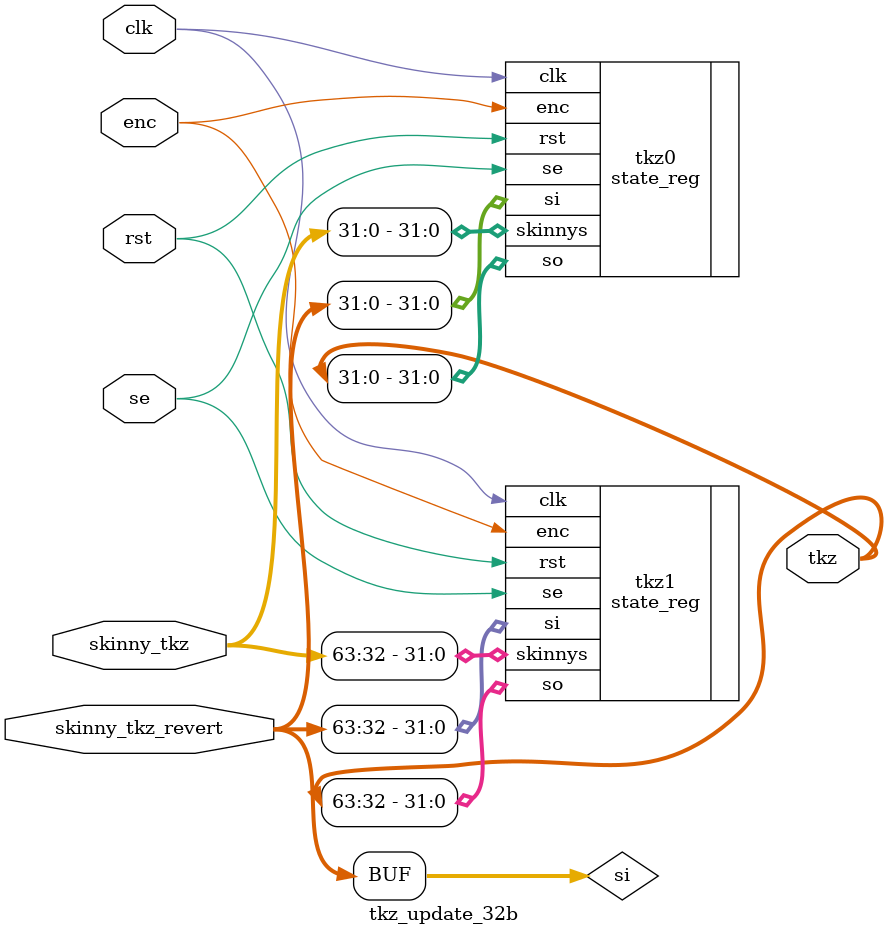
<source format=v>
module tkz_update_32b (/*AUTOARG*/
   // Outputs
   tkz,
   // Inputs
   skinny_tkz, skinny_tkz_revert, clk, rst, enc, se
   ) ;
	parameter clock_gate = 0;

   output [63:0] tkz;

   input [63:0]  skinny_tkz;
   input [63:0]  skinny_tkz_revert;   
   input 	  clk, rst, enc, se;

   wire [63:0]   si;
   
   assign si = skinny_tkz_revert;   

   generate
	if (clock_gate == 1) begin 
      state_reg_cg #(.initial_value(32'h00000000)) tkz0 (.so(tkz[31:0]),  .si(si[31:0]),  .skinnys(skinny_tkz[31:0]),  .clk(clk),.rst(rst),.enc(enc),.se(se));
      state_reg_cg #(.initial_value(32'h01000000)) tkz1 (.so(tkz[63:32]), .si(si[63:32]), .skinnys(skinny_tkz[63:32]), .clk(clk),.rst(rst),.enc(enc),.se(se));
   end
	else begin
	end
   	state_reg #(.initial_value(32'h00000000)) tkz0 (.so(tkz[31:0]),  .si(si[31:0]),  .skinnys(skinny_tkz[31:0]),  .clk(clk),.rst(rst),.enc(enc),.se(se));
      state_reg #(.initial_value(32'h01000000)) tkz1 (.so(tkz[63:32]), .si(si[63:32]), .skinnys(skinny_tkz[63:32]), .clk(clk),.rst(rst),.enc(enc),.se(se));
	endgenerate
	
endmodule // tkz_update_32b


</source>
